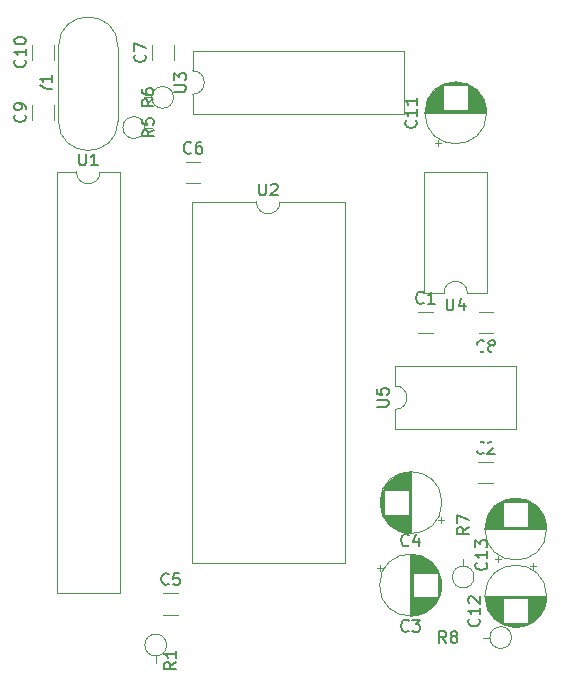
<source format=gto>
G04 #@! TF.GenerationSoftware,KiCad,Pcbnew,6.0.4+dfsg-1+b1*
G04 #@! TF.CreationDate,2022-04-24T01:38:02+03:00*
G04 #@! TF.ProjectId,yatabaza-synth,79617461-6261-47a6-912d-73796e74682e,rev?*
G04 #@! TF.SameCoordinates,Original*
G04 #@! TF.FileFunction,Legend,Top*
G04 #@! TF.FilePolarity,Positive*
%FSLAX46Y46*%
G04 Gerber Fmt 4.6, Leading zero omitted, Abs format (unit mm)*
G04 Created by KiCad (PCBNEW 6.0.4+dfsg-1+b1) date 2022-04-24 01:38:02*
%MOMM*%
%LPD*%
G01*
G04 APERTURE LIST*
%ADD10C,0.150000*%
%ADD11C,0.120000*%
%ADD12C,1.600000*%
%ADD13R,1.600000X1.600000*%
%ADD14C,1.400000*%
%ADD15O,1.400000X1.400000*%
%ADD16O,1.600000X1.600000*%
%ADD17C,1.500000*%
%ADD18R,1.700000X1.700000*%
%ADD19O,1.700000X1.700000*%
G04 APERTURE END LIST*
D10*
X49978333Y-37677142D02*
X49930714Y-37724761D01*
X49787857Y-37772380D01*
X49692619Y-37772380D01*
X49549761Y-37724761D01*
X49454523Y-37629523D01*
X49406904Y-37534285D01*
X49359285Y-37343809D01*
X49359285Y-37200952D01*
X49406904Y-37010476D01*
X49454523Y-36915238D01*
X49549761Y-36820000D01*
X49692619Y-36772380D01*
X49787857Y-36772380D01*
X49930714Y-36820000D01*
X49978333Y-36867619D01*
X50930714Y-37772380D02*
X50359285Y-37772380D01*
X50645000Y-37772380D02*
X50645000Y-36772380D01*
X50549761Y-36915238D01*
X50454523Y-37010476D01*
X50359285Y-37058095D01*
X55058333Y-50377142D02*
X55010714Y-50424761D01*
X54867857Y-50472380D01*
X54772619Y-50472380D01*
X54629761Y-50424761D01*
X54534523Y-50329523D01*
X54486904Y-50234285D01*
X54439285Y-50043809D01*
X54439285Y-49900952D01*
X54486904Y-49710476D01*
X54534523Y-49615238D01*
X54629761Y-49520000D01*
X54772619Y-49472380D01*
X54867857Y-49472380D01*
X55010714Y-49520000D01*
X55058333Y-49567619D01*
X55439285Y-49567619D02*
X55486904Y-49520000D01*
X55582142Y-49472380D01*
X55820238Y-49472380D01*
X55915476Y-49520000D01*
X55963095Y-49567619D01*
X56010714Y-49662857D01*
X56010714Y-49758095D01*
X55963095Y-49900952D01*
X55391666Y-50472380D01*
X56010714Y-50472380D01*
X48708333Y-65444642D02*
X48660714Y-65492261D01*
X48517857Y-65539880D01*
X48422619Y-65539880D01*
X48279761Y-65492261D01*
X48184523Y-65397023D01*
X48136904Y-65301785D01*
X48089285Y-65111309D01*
X48089285Y-64968452D01*
X48136904Y-64777976D01*
X48184523Y-64682738D01*
X48279761Y-64587500D01*
X48422619Y-64539880D01*
X48517857Y-64539880D01*
X48660714Y-64587500D01*
X48708333Y-64635119D01*
X49041666Y-64539880D02*
X49660714Y-64539880D01*
X49327380Y-64920833D01*
X49470238Y-64920833D01*
X49565476Y-64968452D01*
X49613095Y-65016071D01*
X49660714Y-65111309D01*
X49660714Y-65349404D01*
X49613095Y-65444642D01*
X49565476Y-65492261D01*
X49470238Y-65539880D01*
X49184523Y-65539880D01*
X49089285Y-65492261D01*
X49041666Y-65444642D01*
X48708333Y-58202142D02*
X48660714Y-58249761D01*
X48517857Y-58297380D01*
X48422619Y-58297380D01*
X48279761Y-58249761D01*
X48184523Y-58154523D01*
X48136904Y-58059285D01*
X48089285Y-57868809D01*
X48089285Y-57725952D01*
X48136904Y-57535476D01*
X48184523Y-57440238D01*
X48279761Y-57345000D01*
X48422619Y-57297380D01*
X48517857Y-57297380D01*
X48660714Y-57345000D01*
X48708333Y-57392619D01*
X49565476Y-57630714D02*
X49565476Y-58297380D01*
X49327380Y-57249761D02*
X49089285Y-57964047D01*
X49708333Y-57964047D01*
X28408333Y-61489642D02*
X28360714Y-61537261D01*
X28217857Y-61584880D01*
X28122619Y-61584880D01*
X27979761Y-61537261D01*
X27884523Y-61442023D01*
X27836904Y-61346785D01*
X27789285Y-61156309D01*
X27789285Y-61013452D01*
X27836904Y-60822976D01*
X27884523Y-60727738D01*
X27979761Y-60632500D01*
X28122619Y-60584880D01*
X28217857Y-60584880D01*
X28360714Y-60632500D01*
X28408333Y-60680119D01*
X29313095Y-60584880D02*
X28836904Y-60584880D01*
X28789285Y-61061071D01*
X28836904Y-61013452D01*
X28932142Y-60965833D01*
X29170238Y-60965833D01*
X29265476Y-61013452D01*
X29313095Y-61061071D01*
X29360714Y-61156309D01*
X29360714Y-61394404D01*
X29313095Y-61489642D01*
X29265476Y-61537261D01*
X29170238Y-61584880D01*
X28932142Y-61584880D01*
X28836904Y-61537261D01*
X28789285Y-61489642D01*
X30293333Y-24977142D02*
X30245714Y-25024761D01*
X30102857Y-25072380D01*
X30007619Y-25072380D01*
X29864761Y-25024761D01*
X29769523Y-24929523D01*
X29721904Y-24834285D01*
X29674285Y-24643809D01*
X29674285Y-24500952D01*
X29721904Y-24310476D01*
X29769523Y-24215238D01*
X29864761Y-24120000D01*
X30007619Y-24072380D01*
X30102857Y-24072380D01*
X30245714Y-24120000D01*
X30293333Y-24167619D01*
X31150476Y-24072380D02*
X30960000Y-24072380D01*
X30864761Y-24120000D01*
X30817142Y-24167619D01*
X30721904Y-24310476D01*
X30674285Y-24500952D01*
X30674285Y-24881904D01*
X30721904Y-24977142D01*
X30769523Y-25024761D01*
X30864761Y-25072380D01*
X31055238Y-25072380D01*
X31150476Y-25024761D01*
X31198095Y-24977142D01*
X31245714Y-24881904D01*
X31245714Y-24643809D01*
X31198095Y-24548571D01*
X31150476Y-24500952D01*
X31055238Y-24453333D01*
X30864761Y-24453333D01*
X30769523Y-24500952D01*
X30721904Y-24548571D01*
X30674285Y-24643809D01*
X26392142Y-16676666D02*
X26439761Y-16724285D01*
X26487380Y-16867142D01*
X26487380Y-16962380D01*
X26439761Y-17105238D01*
X26344523Y-17200476D01*
X26249285Y-17248095D01*
X26058809Y-17295714D01*
X25915952Y-17295714D01*
X25725476Y-17248095D01*
X25630238Y-17200476D01*
X25535000Y-17105238D01*
X25487380Y-16962380D01*
X25487380Y-16867142D01*
X25535000Y-16724285D01*
X25582619Y-16676666D01*
X25487380Y-16343333D02*
X25487380Y-15676666D01*
X26487380Y-16105238D01*
X55098333Y-41777142D02*
X55050714Y-41824761D01*
X54907857Y-41872380D01*
X54812619Y-41872380D01*
X54669761Y-41824761D01*
X54574523Y-41729523D01*
X54526904Y-41634285D01*
X54479285Y-41443809D01*
X54479285Y-41300952D01*
X54526904Y-41110476D01*
X54574523Y-41015238D01*
X54669761Y-40920000D01*
X54812619Y-40872380D01*
X54907857Y-40872380D01*
X55050714Y-40920000D01*
X55098333Y-40967619D01*
X55669761Y-41300952D02*
X55574523Y-41253333D01*
X55526904Y-41205714D01*
X55479285Y-41110476D01*
X55479285Y-41062857D01*
X55526904Y-40967619D01*
X55574523Y-40920000D01*
X55669761Y-40872380D01*
X55860238Y-40872380D01*
X55955476Y-40920000D01*
X56003095Y-40967619D01*
X56050714Y-41062857D01*
X56050714Y-41110476D01*
X56003095Y-41205714D01*
X55955476Y-41253333D01*
X55860238Y-41300952D01*
X55669761Y-41300952D01*
X55574523Y-41348571D01*
X55526904Y-41396190D01*
X55479285Y-41491428D01*
X55479285Y-41681904D01*
X55526904Y-41777142D01*
X55574523Y-41824761D01*
X55669761Y-41872380D01*
X55860238Y-41872380D01*
X55955476Y-41824761D01*
X56003095Y-41777142D01*
X56050714Y-41681904D01*
X56050714Y-41491428D01*
X56003095Y-41396190D01*
X55955476Y-41348571D01*
X55860238Y-41300952D01*
X16232142Y-21756666D02*
X16279761Y-21804285D01*
X16327380Y-21947142D01*
X16327380Y-22042380D01*
X16279761Y-22185238D01*
X16184523Y-22280476D01*
X16089285Y-22328095D01*
X15898809Y-22375714D01*
X15755952Y-22375714D01*
X15565476Y-22328095D01*
X15470238Y-22280476D01*
X15375000Y-22185238D01*
X15327380Y-22042380D01*
X15327380Y-21947142D01*
X15375000Y-21804285D01*
X15422619Y-21756666D01*
X16327380Y-21280476D02*
X16327380Y-21090000D01*
X16279761Y-20994761D01*
X16232142Y-20947142D01*
X16089285Y-20851904D01*
X15898809Y-20804285D01*
X15517857Y-20804285D01*
X15422619Y-20851904D01*
X15375000Y-20899523D01*
X15327380Y-20994761D01*
X15327380Y-21185238D01*
X15375000Y-21280476D01*
X15422619Y-21328095D01*
X15517857Y-21375714D01*
X15755952Y-21375714D01*
X15851190Y-21328095D01*
X15898809Y-21280476D01*
X15946428Y-21185238D01*
X15946428Y-20994761D01*
X15898809Y-20899523D01*
X15851190Y-20851904D01*
X15755952Y-20804285D01*
X16232142Y-17132857D02*
X16279761Y-17180476D01*
X16327380Y-17323333D01*
X16327380Y-17418571D01*
X16279761Y-17561428D01*
X16184523Y-17656666D01*
X16089285Y-17704285D01*
X15898809Y-17751904D01*
X15755952Y-17751904D01*
X15565476Y-17704285D01*
X15470238Y-17656666D01*
X15375000Y-17561428D01*
X15327380Y-17418571D01*
X15327380Y-17323333D01*
X15375000Y-17180476D01*
X15422619Y-17132857D01*
X16327380Y-16180476D02*
X16327380Y-16751904D01*
X16327380Y-16466190D02*
X15327380Y-16466190D01*
X15470238Y-16561428D01*
X15565476Y-16656666D01*
X15613095Y-16751904D01*
X15327380Y-15561428D02*
X15327380Y-15466190D01*
X15375000Y-15370952D01*
X15422619Y-15323333D01*
X15517857Y-15275714D01*
X15708333Y-15228095D01*
X15946428Y-15228095D01*
X16136904Y-15275714D01*
X16232142Y-15323333D01*
X16279761Y-15370952D01*
X16327380Y-15466190D01*
X16327380Y-15561428D01*
X16279761Y-15656666D01*
X16232142Y-15704285D01*
X16136904Y-15751904D01*
X15946428Y-15799523D01*
X15708333Y-15799523D01*
X15517857Y-15751904D01*
X15422619Y-15704285D01*
X15375000Y-15656666D01*
X15327380Y-15561428D01*
X49312142Y-22252857D02*
X49359761Y-22300476D01*
X49407380Y-22443333D01*
X49407380Y-22538571D01*
X49359761Y-22681428D01*
X49264523Y-22776666D01*
X49169285Y-22824285D01*
X48978809Y-22871904D01*
X48835952Y-22871904D01*
X48645476Y-22824285D01*
X48550238Y-22776666D01*
X48455000Y-22681428D01*
X48407380Y-22538571D01*
X48407380Y-22443333D01*
X48455000Y-22300476D01*
X48502619Y-22252857D01*
X49407380Y-21300476D02*
X49407380Y-21871904D01*
X49407380Y-21586190D02*
X48407380Y-21586190D01*
X48550238Y-21681428D01*
X48645476Y-21776666D01*
X48693095Y-21871904D01*
X49407380Y-20348095D02*
X49407380Y-20919523D01*
X49407380Y-20633809D02*
X48407380Y-20633809D01*
X48550238Y-20729047D01*
X48645476Y-20824285D01*
X48693095Y-20919523D01*
X54649642Y-64460357D02*
X54697261Y-64507976D01*
X54744880Y-64650833D01*
X54744880Y-64746071D01*
X54697261Y-64888928D01*
X54602023Y-64984166D01*
X54506785Y-65031785D01*
X54316309Y-65079404D01*
X54173452Y-65079404D01*
X53982976Y-65031785D01*
X53887738Y-64984166D01*
X53792500Y-64888928D01*
X53744880Y-64746071D01*
X53744880Y-64650833D01*
X53792500Y-64507976D01*
X53840119Y-64460357D01*
X54744880Y-63507976D02*
X54744880Y-64079404D01*
X54744880Y-63793690D02*
X53744880Y-63793690D01*
X53887738Y-63888928D01*
X53982976Y-63984166D01*
X54030595Y-64079404D01*
X53840119Y-63127023D02*
X53792500Y-63079404D01*
X53744880Y-62984166D01*
X53744880Y-62746071D01*
X53792500Y-62650833D01*
X53840119Y-62603214D01*
X53935357Y-62555595D01*
X54030595Y-62555595D01*
X54173452Y-62603214D01*
X54744880Y-63174642D01*
X54744880Y-62555595D01*
X55284642Y-59697857D02*
X55332261Y-59745476D01*
X55379880Y-59888333D01*
X55379880Y-59983571D01*
X55332261Y-60126428D01*
X55237023Y-60221666D01*
X55141785Y-60269285D01*
X54951309Y-60316904D01*
X54808452Y-60316904D01*
X54617976Y-60269285D01*
X54522738Y-60221666D01*
X54427500Y-60126428D01*
X54379880Y-59983571D01*
X54379880Y-59888333D01*
X54427500Y-59745476D01*
X54475119Y-59697857D01*
X55379880Y-58745476D02*
X55379880Y-59316904D01*
X55379880Y-59031190D02*
X54379880Y-59031190D01*
X54522738Y-59126428D01*
X54617976Y-59221666D01*
X54665595Y-59316904D01*
X54379880Y-58412142D02*
X54379880Y-57793095D01*
X54760833Y-58126428D01*
X54760833Y-57983571D01*
X54808452Y-57888333D01*
X54856071Y-57840714D01*
X54951309Y-57793095D01*
X55189404Y-57793095D01*
X55284642Y-57840714D01*
X55332261Y-57888333D01*
X55379880Y-57983571D01*
X55379880Y-58269285D01*
X55332261Y-58364523D01*
X55284642Y-58412142D01*
X27132380Y-23026666D02*
X26656190Y-23360000D01*
X27132380Y-23598095D02*
X26132380Y-23598095D01*
X26132380Y-23217142D01*
X26180000Y-23121904D01*
X26227619Y-23074285D01*
X26322857Y-23026666D01*
X26465714Y-23026666D01*
X26560952Y-23074285D01*
X26608571Y-23121904D01*
X26656190Y-23217142D01*
X26656190Y-23598095D01*
X26132380Y-22121904D02*
X26132380Y-22598095D01*
X26608571Y-22645714D01*
X26560952Y-22598095D01*
X26513333Y-22502857D01*
X26513333Y-22264761D01*
X26560952Y-22169523D01*
X26608571Y-22121904D01*
X26703809Y-22074285D01*
X26941904Y-22074285D01*
X27037142Y-22121904D01*
X27084761Y-22169523D01*
X27132380Y-22264761D01*
X27132380Y-22502857D01*
X27084761Y-22598095D01*
X27037142Y-22645714D01*
X27112380Y-20476666D02*
X26636190Y-20810000D01*
X27112380Y-21048095D02*
X26112380Y-21048095D01*
X26112380Y-20667142D01*
X26160000Y-20571904D01*
X26207619Y-20524285D01*
X26302857Y-20476666D01*
X26445714Y-20476666D01*
X26540952Y-20524285D01*
X26588571Y-20571904D01*
X26636190Y-20667142D01*
X26636190Y-21048095D01*
X26112380Y-19619523D02*
X26112380Y-19810000D01*
X26160000Y-19905238D01*
X26207619Y-19952857D01*
X26350476Y-20048095D01*
X26540952Y-20095714D01*
X26921904Y-20095714D01*
X27017142Y-20048095D01*
X27064761Y-20000476D01*
X27112380Y-19905238D01*
X27112380Y-19714761D01*
X27064761Y-19619523D01*
X27017142Y-19571904D01*
X26921904Y-19524285D01*
X26683809Y-19524285D01*
X26588571Y-19571904D01*
X26540952Y-19619523D01*
X26493333Y-19714761D01*
X26493333Y-19905238D01*
X26540952Y-20000476D01*
X26588571Y-20048095D01*
X26683809Y-20095714D01*
X51903333Y-66492380D02*
X51570000Y-66016190D01*
X51331904Y-66492380D02*
X51331904Y-65492380D01*
X51712857Y-65492380D01*
X51808095Y-65540000D01*
X51855714Y-65587619D01*
X51903333Y-65682857D01*
X51903333Y-65825714D01*
X51855714Y-65920952D01*
X51808095Y-65968571D01*
X51712857Y-66016190D01*
X51331904Y-66016190D01*
X52474761Y-65920952D02*
X52379523Y-65873333D01*
X52331904Y-65825714D01*
X52284285Y-65730476D01*
X52284285Y-65682857D01*
X52331904Y-65587619D01*
X52379523Y-65540000D01*
X52474761Y-65492380D01*
X52665238Y-65492380D01*
X52760476Y-65540000D01*
X52808095Y-65587619D01*
X52855714Y-65682857D01*
X52855714Y-65730476D01*
X52808095Y-65825714D01*
X52760476Y-65873333D01*
X52665238Y-65920952D01*
X52474761Y-65920952D01*
X52379523Y-65968571D01*
X52331904Y-66016190D01*
X52284285Y-66111428D01*
X52284285Y-66301904D01*
X52331904Y-66397142D01*
X52379523Y-66444761D01*
X52474761Y-66492380D01*
X52665238Y-66492380D01*
X52760476Y-66444761D01*
X52808095Y-66397142D01*
X52855714Y-66301904D01*
X52855714Y-66111428D01*
X52808095Y-66016190D01*
X52760476Y-65968571D01*
X52665238Y-65920952D01*
X20828095Y-25062380D02*
X20828095Y-25871904D01*
X20875714Y-25967142D01*
X20923333Y-26014761D01*
X21018571Y-26062380D01*
X21209047Y-26062380D01*
X21304285Y-26014761D01*
X21351904Y-25967142D01*
X21399523Y-25871904D01*
X21399523Y-25062380D01*
X22399523Y-26062380D02*
X21828095Y-26062380D01*
X22113809Y-26062380D02*
X22113809Y-25062380D01*
X22018571Y-25205238D01*
X21923333Y-25300476D01*
X21828095Y-25348095D01*
X36068095Y-27602380D02*
X36068095Y-28411904D01*
X36115714Y-28507142D01*
X36163333Y-28554761D01*
X36258571Y-28602380D01*
X36449047Y-28602380D01*
X36544285Y-28554761D01*
X36591904Y-28507142D01*
X36639523Y-28411904D01*
X36639523Y-27602380D01*
X37068095Y-27697619D02*
X37115714Y-27650000D01*
X37210952Y-27602380D01*
X37449047Y-27602380D01*
X37544285Y-27650000D01*
X37591904Y-27697619D01*
X37639523Y-27792857D01*
X37639523Y-27888095D01*
X37591904Y-28030952D01*
X37020476Y-28602380D01*
X37639523Y-28602380D01*
X28872380Y-19811904D02*
X29681904Y-19811904D01*
X29777142Y-19764285D01*
X29824761Y-19716666D01*
X29872380Y-19621428D01*
X29872380Y-19430952D01*
X29824761Y-19335714D01*
X29777142Y-19288095D01*
X29681904Y-19240476D01*
X28872380Y-19240476D01*
X28872380Y-18859523D02*
X28872380Y-18240476D01*
X29253333Y-18573809D01*
X29253333Y-18430952D01*
X29300952Y-18335714D01*
X29348571Y-18288095D01*
X29443809Y-18240476D01*
X29681904Y-18240476D01*
X29777142Y-18288095D01*
X29824761Y-18335714D01*
X29872380Y-18430952D01*
X29872380Y-18716666D01*
X29824761Y-18811904D01*
X29777142Y-18859523D01*
X51943095Y-37342380D02*
X51943095Y-38151904D01*
X51990714Y-38247142D01*
X52038333Y-38294761D01*
X52133571Y-38342380D01*
X52324047Y-38342380D01*
X52419285Y-38294761D01*
X52466904Y-38247142D01*
X52514523Y-38151904D01*
X52514523Y-37342380D01*
X53419285Y-37675714D02*
X53419285Y-38342380D01*
X53181190Y-37294761D02*
X52943095Y-38009047D01*
X53562142Y-38009047D01*
X46017380Y-46481904D02*
X46826904Y-46481904D01*
X46922142Y-46434285D01*
X46969761Y-46386666D01*
X47017380Y-46291428D01*
X47017380Y-46100952D01*
X46969761Y-46005714D01*
X46922142Y-45958095D01*
X46826904Y-45910476D01*
X46017380Y-45910476D01*
X46017380Y-44958095D02*
X46017380Y-45434285D01*
X46493571Y-45481904D01*
X46445952Y-45434285D01*
X46398333Y-45339047D01*
X46398333Y-45100952D01*
X46445952Y-45005714D01*
X46493571Y-44958095D01*
X46588809Y-44910476D01*
X46826904Y-44910476D01*
X46922142Y-44958095D01*
X46969761Y-45005714D01*
X47017380Y-45100952D01*
X47017380Y-45339047D01*
X46969761Y-45434285D01*
X46922142Y-45481904D01*
X18041190Y-19626190D02*
X18517380Y-19626190D01*
X17517380Y-19959523D02*
X18041190Y-19626190D01*
X17517380Y-19292857D01*
X18517380Y-18435714D02*
X18517380Y-19007142D01*
X18517380Y-18721428D02*
X17517380Y-18721428D01*
X17660238Y-18816666D01*
X17755476Y-18911904D01*
X17803095Y-19007142D01*
X29027380Y-68111666D02*
X28551190Y-68445000D01*
X29027380Y-68683095D02*
X28027380Y-68683095D01*
X28027380Y-68302142D01*
X28075000Y-68206904D01*
X28122619Y-68159285D01*
X28217857Y-68111666D01*
X28360714Y-68111666D01*
X28455952Y-68159285D01*
X28503571Y-68206904D01*
X28551190Y-68302142D01*
X28551190Y-68683095D01*
X29027380Y-67159285D02*
X29027380Y-67730714D01*
X29027380Y-67445000D02*
X28027380Y-67445000D01*
X28170238Y-67540238D01*
X28265476Y-67635476D01*
X28313095Y-67730714D01*
X53792380Y-56681666D02*
X53316190Y-57015000D01*
X53792380Y-57253095D02*
X52792380Y-57253095D01*
X52792380Y-56872142D01*
X52840000Y-56776904D01*
X52887619Y-56729285D01*
X52982857Y-56681666D01*
X53125714Y-56681666D01*
X53220952Y-56729285D01*
X53268571Y-56776904D01*
X53316190Y-56872142D01*
X53316190Y-57253095D01*
X52792380Y-56348333D02*
X52792380Y-55681666D01*
X53792380Y-56110238D01*
D11*
X49516000Y-40290000D02*
X50774000Y-40290000D01*
X49516000Y-38450000D02*
X50774000Y-38450000D01*
X54596000Y-51150000D02*
X55854000Y-51150000D01*
X54596000Y-52990000D02*
X55854000Y-52990000D01*
X46314000Y-54894000D02*
X46314000Y-54326000D01*
X51469775Y-56335000D02*
X51469775Y-55835000D01*
X47794000Y-53570000D02*
X47794000Y-52281000D01*
X48435000Y-57146000D02*
X48435000Y-55650000D01*
X46554000Y-55708000D02*
X46554000Y-53512000D01*
X47154000Y-53570000D02*
X47154000Y-52709000D01*
X46714000Y-53570000D02*
X46714000Y-53227000D01*
X47714000Y-53570000D02*
X47714000Y-52320000D01*
X48275000Y-57111000D02*
X48275000Y-55650000D01*
X46954000Y-53570000D02*
X46954000Y-52911000D01*
X47474000Y-53570000D02*
X47474000Y-52461000D01*
X47914000Y-53570000D02*
X47914000Y-52228000D01*
X47754000Y-53570000D02*
X47754000Y-52300000D01*
X46354000Y-55128000D02*
X46354000Y-54092000D01*
X46754000Y-56053000D02*
X46754000Y-55650000D01*
X48515000Y-57160000D02*
X48515000Y-55650000D01*
X48475000Y-57153000D02*
X48475000Y-55650000D01*
X47314000Y-53570000D02*
X47314000Y-52575000D01*
X48515000Y-53570000D02*
X48515000Y-52060000D01*
X48635000Y-53570000D02*
X48635000Y-52045000D01*
X46714000Y-55993000D02*
X46714000Y-55650000D01*
X48475000Y-53570000D02*
X48475000Y-52067000D01*
X48154000Y-53570000D02*
X48154000Y-52142000D01*
X48074000Y-57052000D02*
X48074000Y-55650000D01*
X46634000Y-53570000D02*
X46634000Y-53359000D01*
X48315000Y-57121000D02*
X48315000Y-55650000D01*
X47994000Y-53570000D02*
X47994000Y-52196000D01*
X46674000Y-55929000D02*
X46674000Y-55650000D01*
X47434000Y-56732000D02*
X47434000Y-55650000D01*
X46994000Y-56353000D02*
X46994000Y-55650000D01*
X47274000Y-53570000D02*
X47274000Y-52606000D01*
X46754000Y-53570000D02*
X46754000Y-53167000D01*
X48275000Y-53570000D02*
X48275000Y-52109000D01*
X48835000Y-57189000D02*
X48835000Y-52031000D01*
X47594000Y-56834000D02*
X47594000Y-55650000D01*
X48355000Y-53570000D02*
X48355000Y-52090000D01*
X47554000Y-56810000D02*
X47554000Y-55650000D01*
X47354000Y-56675000D02*
X47354000Y-55650000D01*
X46834000Y-56164000D02*
X46834000Y-55650000D01*
X48675000Y-53570000D02*
X48675000Y-52041000D01*
X47074000Y-53570000D02*
X47074000Y-52784000D01*
X47394000Y-56705000D02*
X47394000Y-55650000D01*
X47234000Y-56581000D02*
X47234000Y-55650000D01*
X47474000Y-56759000D02*
X47474000Y-55650000D01*
X48114000Y-53570000D02*
X48114000Y-52155000D01*
X46794000Y-53570000D02*
X46794000Y-53110000D01*
X48595000Y-57171000D02*
X48595000Y-55650000D01*
X46474000Y-55525000D02*
X46474000Y-53695000D01*
X46674000Y-53570000D02*
X46674000Y-53291000D01*
X51719775Y-56085000D02*
X51219775Y-56085000D01*
X46394000Y-55287000D02*
X46394000Y-53933000D01*
X48675000Y-57179000D02*
X48675000Y-55650000D01*
X46634000Y-55861000D02*
X46634000Y-55650000D01*
X47634000Y-53570000D02*
X47634000Y-52363000D01*
X48074000Y-53570000D02*
X48074000Y-52168000D01*
X48635000Y-57175000D02*
X48635000Y-55650000D01*
X47194000Y-56547000D02*
X47194000Y-55650000D01*
X46594000Y-55788000D02*
X46594000Y-53432000D01*
X46434000Y-55415000D02*
X46434000Y-53805000D01*
X47874000Y-53570000D02*
X47874000Y-52245000D01*
X46514000Y-55621000D02*
X46514000Y-53599000D01*
X47794000Y-56939000D02*
X47794000Y-55650000D01*
X47354000Y-53570000D02*
X47354000Y-52545000D01*
X47514000Y-53570000D02*
X47514000Y-52435000D01*
X48355000Y-57130000D02*
X48355000Y-55650000D01*
X47274000Y-56614000D02*
X47274000Y-55650000D01*
X46994000Y-53570000D02*
X46994000Y-52867000D01*
X47514000Y-56785000D02*
X47514000Y-55650000D01*
X46954000Y-56309000D02*
X46954000Y-55650000D01*
X48235000Y-53570000D02*
X48235000Y-52119000D01*
X47674000Y-53570000D02*
X47674000Y-52342000D01*
X46874000Y-56215000D02*
X46874000Y-55650000D01*
X47234000Y-53570000D02*
X47234000Y-52639000D01*
X48114000Y-57065000D02*
X48114000Y-55650000D01*
X48315000Y-53570000D02*
X48315000Y-52099000D01*
X47834000Y-53570000D02*
X47834000Y-52262000D01*
X47914000Y-56992000D02*
X47914000Y-55650000D01*
X47034000Y-56395000D02*
X47034000Y-55650000D01*
X47634000Y-56857000D02*
X47634000Y-55650000D01*
X46874000Y-53570000D02*
X46874000Y-53005000D01*
X47834000Y-56958000D02*
X47834000Y-55650000D01*
X47754000Y-56920000D02*
X47754000Y-55650000D01*
X46914000Y-56263000D02*
X46914000Y-55650000D01*
X48755000Y-57186000D02*
X48755000Y-52034000D01*
X47874000Y-56975000D02*
X47874000Y-55650000D01*
X46834000Y-53570000D02*
X46834000Y-53056000D01*
X47674000Y-56878000D02*
X47674000Y-55650000D01*
X47954000Y-53570000D02*
X47954000Y-52212000D01*
X47154000Y-56511000D02*
X47154000Y-55650000D01*
X48395000Y-57138000D02*
X48395000Y-55650000D01*
X48395000Y-53570000D02*
X48395000Y-52082000D01*
X48034000Y-53570000D02*
X48034000Y-52182000D01*
X48915000Y-57190000D02*
X48915000Y-52030000D01*
X47994000Y-57024000D02*
X47994000Y-55650000D01*
X48435000Y-53570000D02*
X48435000Y-52074000D01*
X48715000Y-57183000D02*
X48715000Y-52037000D01*
X48595000Y-53570000D02*
X48595000Y-52049000D01*
X48194000Y-57090000D02*
X48194000Y-55650000D01*
X47034000Y-53570000D02*
X47034000Y-52825000D01*
X48795000Y-57188000D02*
X48795000Y-52032000D01*
X47194000Y-53570000D02*
X47194000Y-52673000D01*
X48034000Y-57038000D02*
X48034000Y-55650000D01*
X48194000Y-53570000D02*
X48194000Y-52130000D01*
X47434000Y-53570000D02*
X47434000Y-52488000D01*
X48875000Y-57190000D02*
X48875000Y-52030000D01*
X47714000Y-56900000D02*
X47714000Y-55650000D01*
X47594000Y-53570000D02*
X47594000Y-52386000D01*
X47114000Y-56474000D02*
X47114000Y-55650000D01*
X48555000Y-57166000D02*
X48555000Y-55650000D01*
X48235000Y-57101000D02*
X48235000Y-55650000D01*
X47394000Y-53570000D02*
X47394000Y-52515000D01*
X47114000Y-53570000D02*
X47114000Y-52746000D01*
X47954000Y-57008000D02*
X47954000Y-55650000D01*
X47314000Y-56645000D02*
X47314000Y-55650000D01*
X47554000Y-53570000D02*
X47554000Y-52410000D01*
X48555000Y-53570000D02*
X48555000Y-52054000D01*
X47074000Y-56436000D02*
X47074000Y-55650000D01*
X46914000Y-53570000D02*
X46914000Y-52957000D01*
X46794000Y-56110000D02*
X46794000Y-55650000D01*
X48154000Y-57078000D02*
X48154000Y-55650000D01*
X51535000Y-54610000D02*
G75*
G03*
X51535000Y-54610000I-2620000J0D01*
G01*
X50716000Y-59769000D02*
X50716000Y-60555000D01*
X51436000Y-61077000D02*
X51436000Y-62113000D01*
X50276000Y-62635000D02*
X50276000Y-63770000D01*
X49996000Y-59266000D02*
X49996000Y-60555000D01*
X49716000Y-62635000D02*
X49716000Y-64037000D01*
X50796000Y-59852000D02*
X50796000Y-60555000D01*
X51036000Y-62635000D02*
X51036000Y-63038000D01*
X49796000Y-59181000D02*
X49796000Y-60555000D01*
X51076000Y-60212000D02*
X51076000Y-60555000D01*
X50036000Y-62635000D02*
X50036000Y-63905000D01*
X49956000Y-59247000D02*
X49956000Y-60555000D01*
X50596000Y-59658000D02*
X50596000Y-60555000D01*
X48995000Y-59017000D02*
X48995000Y-64173000D01*
X49395000Y-59067000D02*
X49395000Y-60555000D01*
X48875000Y-59015000D02*
X48875000Y-64175000D01*
X49836000Y-62635000D02*
X49836000Y-63993000D01*
X51396000Y-60918000D02*
X51396000Y-62272000D01*
X49115000Y-62635000D02*
X49115000Y-64164000D01*
X50916000Y-62635000D02*
X50916000Y-63200000D01*
X50796000Y-62635000D02*
X50796000Y-63338000D01*
X51276000Y-60584000D02*
X51276000Y-62606000D01*
X50996000Y-60095000D02*
X50996000Y-60555000D01*
X50436000Y-62635000D02*
X50436000Y-63660000D01*
X49796000Y-62635000D02*
X49796000Y-64009000D01*
X49395000Y-62635000D02*
X49395000Y-64123000D01*
X49075000Y-59022000D02*
X49075000Y-64168000D01*
X49916000Y-62635000D02*
X49916000Y-63960000D01*
X49515000Y-59094000D02*
X49515000Y-60555000D01*
X50076000Y-62635000D02*
X50076000Y-63885000D01*
X50916000Y-59990000D02*
X50916000Y-60555000D01*
X50956000Y-62635000D02*
X50956000Y-63149000D01*
X49676000Y-59140000D02*
X49676000Y-60555000D01*
X50116000Y-59327000D02*
X50116000Y-60555000D01*
X49355000Y-59059000D02*
X49355000Y-60555000D01*
X50636000Y-59694000D02*
X50636000Y-60555000D01*
X49756000Y-62635000D02*
X49756000Y-64023000D01*
X48955000Y-59016000D02*
X48955000Y-64174000D01*
X50196000Y-62635000D02*
X50196000Y-63819000D01*
X50196000Y-59371000D02*
X50196000Y-60555000D01*
X50236000Y-62635000D02*
X50236000Y-63795000D01*
X50836000Y-59896000D02*
X50836000Y-60555000D01*
X51316000Y-60680000D02*
X51316000Y-62510000D01*
X49596000Y-62635000D02*
X49596000Y-64075000D01*
X50396000Y-62635000D02*
X50396000Y-63690000D01*
X50236000Y-59395000D02*
X50236000Y-60555000D01*
X49275000Y-59045000D02*
X49275000Y-60555000D01*
X49235000Y-62635000D02*
X49235000Y-64151000D01*
X50356000Y-62635000D02*
X50356000Y-63717000D01*
X50076000Y-59305000D02*
X50076000Y-60555000D01*
X49676000Y-62635000D02*
X49676000Y-64050000D01*
X49636000Y-59127000D02*
X49636000Y-60555000D01*
X50516000Y-59591000D02*
X50516000Y-60555000D01*
X51236000Y-60497000D02*
X51236000Y-62693000D01*
X50876000Y-59942000D02*
X50876000Y-60555000D01*
X51156000Y-62635000D02*
X51156000Y-62846000D01*
X50396000Y-59500000D02*
X50396000Y-60555000D01*
X49876000Y-59213000D02*
X49876000Y-60555000D01*
X49555000Y-62635000D02*
X49555000Y-64086000D01*
X49435000Y-62635000D02*
X49435000Y-64115000D01*
X49115000Y-59026000D02*
X49115000Y-60555000D01*
X50676000Y-62635000D02*
X50676000Y-63459000D01*
X50556000Y-59624000D02*
X50556000Y-60555000D01*
X51156000Y-60344000D02*
X51156000Y-60555000D01*
X50636000Y-62635000D02*
X50636000Y-63496000D01*
X49515000Y-62635000D02*
X49515000Y-64096000D01*
X49435000Y-59075000D02*
X49435000Y-60555000D01*
X48915000Y-59015000D02*
X48915000Y-64175000D01*
X50116000Y-62635000D02*
X50116000Y-63863000D01*
X49876000Y-62635000D02*
X49876000Y-63977000D01*
X50156000Y-59348000D02*
X50156000Y-60555000D01*
X49195000Y-62635000D02*
X49195000Y-64156000D01*
X50716000Y-62635000D02*
X50716000Y-63421000D01*
X50876000Y-62635000D02*
X50876000Y-63248000D01*
X50156000Y-62635000D02*
X50156000Y-63842000D01*
X49195000Y-59034000D02*
X49195000Y-60555000D01*
X50676000Y-59731000D02*
X50676000Y-60555000D01*
X49916000Y-59230000D02*
X49916000Y-60555000D01*
X49315000Y-59052000D02*
X49315000Y-60555000D01*
X50276000Y-59420000D02*
X50276000Y-60555000D01*
X50436000Y-59530000D02*
X50436000Y-60555000D01*
X46070225Y-60120000D02*
X46570225Y-60120000D01*
X51356000Y-60790000D02*
X51356000Y-62400000D01*
X49996000Y-62635000D02*
X49996000Y-63924000D01*
X51476000Y-61311000D02*
X51476000Y-61879000D01*
X49716000Y-59153000D02*
X49716000Y-60555000D01*
X50956000Y-60041000D02*
X50956000Y-60555000D01*
X49636000Y-62635000D02*
X49636000Y-64063000D01*
X50316000Y-59446000D02*
X50316000Y-60555000D01*
X51076000Y-62635000D02*
X51076000Y-62978000D01*
X49315000Y-62635000D02*
X49315000Y-64138000D01*
X49035000Y-59019000D02*
X49035000Y-64171000D01*
X50476000Y-59560000D02*
X50476000Y-60555000D01*
X51116000Y-60276000D02*
X51116000Y-60555000D01*
X51036000Y-60152000D02*
X51036000Y-60555000D01*
X50036000Y-59285000D02*
X50036000Y-60555000D01*
X50836000Y-62635000D02*
X50836000Y-63294000D01*
X46320225Y-59870000D02*
X46320225Y-60370000D01*
X50756000Y-59810000D02*
X50756000Y-60555000D01*
X50596000Y-62635000D02*
X50596000Y-63532000D01*
X50996000Y-62635000D02*
X50996000Y-63095000D01*
X49596000Y-59115000D02*
X49596000Y-60555000D01*
X49836000Y-59197000D02*
X49836000Y-60555000D01*
X50516000Y-62635000D02*
X50516000Y-63599000D01*
X49555000Y-59104000D02*
X49555000Y-60555000D01*
X49475000Y-62635000D02*
X49475000Y-64106000D01*
X50316000Y-62635000D02*
X50316000Y-63744000D01*
X51116000Y-62635000D02*
X51116000Y-62914000D01*
X50356000Y-59473000D02*
X50356000Y-60555000D01*
X49756000Y-59167000D02*
X49756000Y-60555000D01*
X49235000Y-59039000D02*
X49235000Y-60555000D01*
X49155000Y-62635000D02*
X49155000Y-64160000D01*
X49475000Y-59084000D02*
X49475000Y-60555000D01*
X50756000Y-62635000D02*
X50756000Y-63380000D01*
X49956000Y-62635000D02*
X49956000Y-63943000D01*
X51196000Y-60417000D02*
X51196000Y-62773000D01*
X49355000Y-62635000D02*
X49355000Y-64131000D01*
X49275000Y-62635000D02*
X49275000Y-64145000D01*
X49155000Y-59030000D02*
X49155000Y-60555000D01*
X50476000Y-62635000D02*
X50476000Y-63630000D01*
X50556000Y-62635000D02*
X50556000Y-63566000D01*
X51495000Y-61595000D02*
G75*
G03*
X51495000Y-61595000I-2620000J0D01*
G01*
X27946000Y-64102500D02*
X29204000Y-64102500D01*
X27946000Y-62262500D02*
X29204000Y-62262500D01*
X29831000Y-25750000D02*
X31089000Y-25750000D01*
X29831000Y-27590000D02*
X31089000Y-27590000D01*
X27020000Y-15861000D02*
X27020000Y-17119000D01*
X28860000Y-15861000D02*
X28860000Y-17119000D01*
X55894000Y-38450000D02*
X54636000Y-38450000D01*
X55894000Y-40290000D02*
X54636000Y-40290000D01*
X16860000Y-22239000D02*
X16860000Y-20981000D01*
X18700000Y-22239000D02*
X18700000Y-20981000D01*
X18700000Y-15861000D02*
X18700000Y-17119000D01*
X16860000Y-15861000D02*
X16860000Y-17119000D01*
X50155000Y-21210000D02*
X51665000Y-21210000D01*
X53745000Y-21170000D02*
X55248000Y-21170000D01*
X50140000Y-21330000D02*
X51665000Y-21330000D01*
X53745000Y-20930000D02*
X55196000Y-20930000D01*
X50505000Y-20249000D02*
X51665000Y-20249000D01*
X50194000Y-21010000D02*
X51665000Y-21010000D01*
X50323000Y-20609000D02*
X51665000Y-20609000D01*
X50144000Y-21290000D02*
X51665000Y-21290000D01*
X50125000Y-21570000D02*
X55285000Y-21570000D01*
X50481000Y-20289000D02*
X51665000Y-20289000D01*
X51386000Y-19369000D02*
X51665000Y-19369000D01*
X50132000Y-21410000D02*
X55278000Y-21410000D01*
X53745000Y-20049000D02*
X54770000Y-20049000D01*
X50841000Y-19809000D02*
X51665000Y-19809000D01*
X50250000Y-20809000D02*
X51665000Y-20809000D01*
X52028000Y-19089000D02*
X53382000Y-19089000D01*
X53745000Y-20289000D02*
X54929000Y-20289000D01*
X53745000Y-20369000D02*
X54973000Y-20369000D01*
X50768000Y-19889000D02*
X51665000Y-19889000D01*
X53745000Y-20569000D02*
X55070000Y-20569000D01*
X53745000Y-19409000D02*
X54088000Y-19409000D01*
X53745000Y-19369000D02*
X54024000Y-19369000D01*
X51205000Y-19489000D02*
X51665000Y-19489000D01*
X53745000Y-21010000D02*
X55216000Y-21010000D01*
X50583000Y-20129000D02*
X51665000Y-20129000D01*
X51151000Y-19529000D02*
X51665000Y-19529000D01*
X50127000Y-21490000D02*
X55283000Y-21490000D01*
X50357000Y-20529000D02*
X51665000Y-20529000D01*
X53745000Y-20970000D02*
X55206000Y-20970000D01*
X53745000Y-20209000D02*
X54880000Y-20209000D01*
X53745000Y-19769000D02*
X54531000Y-19769000D01*
X50277000Y-20729000D02*
X51665000Y-20729000D01*
X53745000Y-19729000D02*
X54490000Y-19729000D01*
X51230000Y-24414775D02*
X51230000Y-23914775D01*
X53745000Y-21090000D02*
X55233000Y-21090000D01*
X50395000Y-20449000D02*
X51665000Y-20449000D01*
X50225000Y-20889000D02*
X51665000Y-20889000D01*
X50263000Y-20769000D02*
X51665000Y-20769000D01*
X53745000Y-19929000D02*
X54676000Y-19929000D01*
X50670000Y-20009000D02*
X51665000Y-20009000D01*
X51790000Y-19169000D02*
X53620000Y-19169000D01*
X51454000Y-19329000D02*
X51665000Y-19329000D01*
X50204000Y-20970000D02*
X51665000Y-20970000D01*
X53745000Y-20649000D02*
X55103000Y-20649000D01*
X53745000Y-19649000D02*
X54404000Y-19649000D01*
X50214000Y-20930000D02*
X51665000Y-20930000D01*
X50169000Y-21130000D02*
X51665000Y-21130000D01*
X53745000Y-19689000D02*
X54448000Y-19689000D01*
X53745000Y-21370000D02*
X55274000Y-21370000D01*
X52187000Y-19049000D02*
X53223000Y-19049000D01*
X50126000Y-21530000D02*
X55284000Y-21530000D01*
X50125000Y-21610000D02*
X55285000Y-21610000D01*
X50962000Y-19689000D02*
X51665000Y-19689000D01*
X50879000Y-19769000D02*
X51665000Y-19769000D01*
X53745000Y-20609000D02*
X55087000Y-20609000D01*
X50162000Y-21170000D02*
X51665000Y-21170000D01*
X53745000Y-19809000D02*
X54569000Y-19809000D01*
X50734000Y-19929000D02*
X51665000Y-19929000D01*
X53745000Y-20009000D02*
X54740000Y-20009000D01*
X53745000Y-20249000D02*
X54905000Y-20249000D01*
X53745000Y-19529000D02*
X54259000Y-19529000D01*
X53745000Y-20769000D02*
X55147000Y-20769000D01*
X51900000Y-19129000D02*
X53510000Y-19129000D01*
X50415000Y-20409000D02*
X51665000Y-20409000D01*
X53745000Y-21330000D02*
X55270000Y-21330000D01*
X53745000Y-20729000D02*
X55133000Y-20729000D01*
X53745000Y-20529000D02*
X55053000Y-20529000D01*
X53745000Y-19449000D02*
X54148000Y-19449000D01*
X50530000Y-20209000D02*
X51665000Y-20209000D01*
X51694000Y-19209000D02*
X53716000Y-19209000D01*
X50980000Y-24164775D02*
X51480000Y-24164775D01*
X53745000Y-21290000D02*
X55266000Y-21290000D01*
X50701000Y-19969000D02*
X51665000Y-19969000D01*
X51052000Y-19609000D02*
X51665000Y-19609000D01*
X53745000Y-19969000D02*
X54709000Y-19969000D01*
X53745000Y-19329000D02*
X53956000Y-19329000D01*
X51006000Y-19649000D02*
X51665000Y-19649000D01*
X50920000Y-19729000D02*
X51665000Y-19729000D01*
X53745000Y-20809000D02*
X55160000Y-20809000D01*
X50291000Y-20689000D02*
X51665000Y-20689000D01*
X53745000Y-20689000D02*
X55119000Y-20689000D01*
X53745000Y-19889000D02*
X54642000Y-19889000D01*
X53745000Y-20129000D02*
X54827000Y-20129000D01*
X50340000Y-20569000D02*
X51665000Y-20569000D01*
X52421000Y-19009000D02*
X52989000Y-19009000D01*
X50458000Y-20329000D02*
X51665000Y-20329000D01*
X51100000Y-19569000D02*
X51665000Y-19569000D01*
X53745000Y-19569000D02*
X54310000Y-19569000D01*
X50376000Y-20489000D02*
X51665000Y-20489000D01*
X50129000Y-21450000D02*
X55281000Y-21450000D01*
X50804000Y-19849000D02*
X51665000Y-19849000D01*
X50556000Y-20169000D02*
X51665000Y-20169000D01*
X50185000Y-21050000D02*
X51665000Y-21050000D01*
X50177000Y-21090000D02*
X51665000Y-21090000D01*
X53745000Y-21130000D02*
X55241000Y-21130000D01*
X50640000Y-20049000D02*
X51665000Y-20049000D01*
X53745000Y-21210000D02*
X55255000Y-21210000D01*
X53745000Y-19609000D02*
X54358000Y-19609000D01*
X53745000Y-20449000D02*
X55015000Y-20449000D01*
X50610000Y-20089000D02*
X51665000Y-20089000D01*
X53745000Y-21250000D02*
X55261000Y-21250000D01*
X53745000Y-20089000D02*
X54800000Y-20089000D01*
X53745000Y-21050000D02*
X55225000Y-21050000D01*
X51322000Y-19409000D02*
X51665000Y-19409000D01*
X50307000Y-20649000D02*
X51665000Y-20649000D01*
X50136000Y-21370000D02*
X51665000Y-21370000D01*
X53745000Y-19489000D02*
X54205000Y-19489000D01*
X50149000Y-21250000D02*
X51665000Y-21250000D01*
X53745000Y-20409000D02*
X54995000Y-20409000D01*
X53745000Y-20489000D02*
X55034000Y-20489000D01*
X53745000Y-19849000D02*
X54606000Y-19849000D01*
X53745000Y-20169000D02*
X54854000Y-20169000D01*
X50237000Y-20849000D02*
X51665000Y-20849000D01*
X50437000Y-20369000D02*
X51665000Y-20369000D01*
X53745000Y-20849000D02*
X55173000Y-20849000D01*
X53745000Y-20889000D02*
X55185000Y-20889000D01*
X53745000Y-20329000D02*
X54952000Y-20329000D01*
X51607000Y-19249000D02*
X53803000Y-19249000D01*
X51262000Y-19449000D02*
X51665000Y-19449000D01*
X51527000Y-19289000D02*
X53883000Y-19289000D01*
X55325000Y-21610000D02*
G75*
G03*
X55325000Y-21610000I-2620000J0D01*
G01*
X59484000Y-64488500D02*
X58825000Y-64488500D01*
X56745000Y-63087500D02*
X55265000Y-63087500D01*
X59168000Y-64728500D02*
X58825000Y-64728500D01*
X58069000Y-65128500D02*
X57501000Y-65128500D01*
X59104000Y-64768500D02*
X58825000Y-64768500D01*
X56745000Y-64328500D02*
X55921000Y-64328500D01*
X56745000Y-63608500D02*
X55437000Y-63608500D01*
X60305000Y-63087500D02*
X58825000Y-63087500D01*
X59260000Y-59722725D02*
X59260000Y-60222725D01*
X56745000Y-64008500D02*
X55663000Y-64008500D01*
X56745000Y-64688500D02*
X56342000Y-64688500D01*
X56745000Y-64768500D02*
X56466000Y-64768500D01*
X56745000Y-62767500D02*
X55216000Y-62767500D01*
X60032000Y-63808500D02*
X58825000Y-63808500D01*
X56745000Y-64728500D02*
X56402000Y-64728500D01*
X60150000Y-63568500D02*
X58825000Y-63568500D01*
X56745000Y-63808500D02*
X55538000Y-63808500D01*
X60341000Y-62887500D02*
X58825000Y-62887500D01*
X56745000Y-63728500D02*
X55495000Y-63728500D01*
X60361000Y-62687500D02*
X55209000Y-62687500D01*
X60114000Y-63648500D02*
X58825000Y-63648500D01*
X56745000Y-63368500D02*
X55343000Y-63368500D01*
X60095000Y-63688500D02*
X58825000Y-63688500D01*
X56745000Y-63007500D02*
X55249000Y-63007500D01*
X59820000Y-64128500D02*
X58825000Y-64128500D01*
X56745000Y-64808500D02*
X56534000Y-64808500D01*
X56745000Y-64248500D02*
X55848000Y-64248500D01*
X60350000Y-62807500D02*
X58825000Y-62807500D01*
X58462000Y-65048500D02*
X57108000Y-65048500D01*
X60354000Y-62767500D02*
X58825000Y-62767500D01*
X59611000Y-64368500D02*
X58825000Y-64368500D01*
X59850000Y-64088500D02*
X58825000Y-64088500D01*
X60296000Y-63127500D02*
X58825000Y-63127500D01*
X56745000Y-63848500D02*
X55561000Y-63848500D01*
X59722000Y-64248500D02*
X58825000Y-64248500D01*
X60213000Y-63408500D02*
X58825000Y-63408500D01*
X56745000Y-64208500D02*
X55814000Y-64208500D01*
X56745000Y-63448500D02*
X55371000Y-63448500D01*
X59438000Y-64528500D02*
X58825000Y-64528500D01*
X59907000Y-64008500D02*
X58825000Y-64008500D01*
X60167000Y-63528500D02*
X58825000Y-63528500D01*
X59789000Y-64168500D02*
X58825000Y-64168500D01*
X60321000Y-63007500D02*
X58825000Y-63007500D01*
X56745000Y-63528500D02*
X55403000Y-63528500D01*
X60365000Y-62527500D02*
X55205000Y-62527500D01*
X60313000Y-63047500D02*
X58825000Y-63047500D01*
X56745000Y-64088500D02*
X55720000Y-64088500D01*
X60364000Y-62607500D02*
X55206000Y-62607500D01*
X56745000Y-63888500D02*
X55585000Y-63888500D01*
X60265000Y-63248500D02*
X58825000Y-63248500D01*
X56745000Y-64448500D02*
X56042000Y-64448500D01*
X56745000Y-64568500D02*
X56180000Y-64568500D01*
X60328000Y-62967500D02*
X58825000Y-62967500D01*
X60365000Y-62567500D02*
X55205000Y-62567500D01*
X60286000Y-63167500D02*
X58825000Y-63167500D01*
X56745000Y-64408500D02*
X56000000Y-64408500D01*
X58590000Y-65008500D02*
X56980000Y-65008500D01*
X56745000Y-63688500D02*
X55475000Y-63688500D01*
X60199000Y-63448500D02*
X58825000Y-63448500D01*
X56745000Y-63928500D02*
X55610000Y-63928500D01*
X56745000Y-63167500D02*
X55284000Y-63167500D01*
X60009000Y-63848500D02*
X58825000Y-63848500D01*
X56745000Y-64048500D02*
X55690000Y-64048500D01*
X56745000Y-63488500D02*
X55387000Y-63488500D01*
X59880000Y-64048500D02*
X58825000Y-64048500D01*
X59686000Y-64288500D02*
X58825000Y-64288500D01*
X60227000Y-63368500D02*
X58825000Y-63368500D01*
X60276000Y-63207500D02*
X58825000Y-63207500D01*
X56745000Y-62887500D02*
X55229000Y-62887500D01*
X56745000Y-64648500D02*
X56285000Y-64648500D01*
X60183000Y-63488500D02*
X58825000Y-63488500D01*
X56745000Y-62967500D02*
X55242000Y-62967500D01*
X59036000Y-64808500D02*
X58825000Y-64808500D01*
X59285000Y-64648500D02*
X58825000Y-64648500D01*
X58963000Y-64848500D02*
X56607000Y-64848500D01*
X56745000Y-63408500D02*
X55357000Y-63408500D01*
X56745000Y-63328500D02*
X55330000Y-63328500D01*
X56745000Y-64168500D02*
X55781000Y-64168500D01*
X59390000Y-64568500D02*
X58825000Y-64568500D01*
X59985000Y-63888500D02*
X58825000Y-63888500D01*
X59528000Y-64448500D02*
X58825000Y-64448500D01*
X59570000Y-64408500D02*
X58825000Y-64408500D01*
X60133000Y-63608500D02*
X58825000Y-63608500D01*
X60075000Y-63728500D02*
X58825000Y-63728500D01*
X56745000Y-62927500D02*
X55235000Y-62927500D01*
X56745000Y-63288500D02*
X55317000Y-63288500D01*
X60053000Y-63768500D02*
X58825000Y-63768500D01*
X58303000Y-65088500D02*
X57267000Y-65088500D01*
X58883000Y-64888500D02*
X56687000Y-64888500D01*
X56745000Y-63968500D02*
X55636000Y-63968500D01*
X60363000Y-62647500D02*
X55207000Y-62647500D01*
X56745000Y-64528500D02*
X56132000Y-64528500D01*
X56745000Y-64288500D02*
X55884000Y-64288500D01*
X60358000Y-62727500D02*
X55212000Y-62727500D01*
X59228000Y-64688500D02*
X58825000Y-64688500D01*
X60240000Y-63328500D02*
X58825000Y-63328500D01*
X59649000Y-64328500D02*
X58825000Y-64328500D01*
X60346000Y-62847500D02*
X58825000Y-62847500D01*
X56745000Y-63047500D02*
X55257000Y-63047500D01*
X59934000Y-63968500D02*
X58825000Y-63968500D01*
X56745000Y-64608500D02*
X56231000Y-64608500D01*
X59339000Y-64608500D02*
X58825000Y-64608500D01*
X56745000Y-63127500D02*
X55274000Y-63127500D01*
X56745000Y-64128500D02*
X55750000Y-64128500D01*
X56745000Y-63648500D02*
X55456000Y-63648500D01*
X58700000Y-64968500D02*
X56870000Y-64968500D01*
X56745000Y-64368500D02*
X55959000Y-64368500D01*
X56745000Y-64488500D02*
X56086000Y-64488500D01*
X56745000Y-62807500D02*
X55220000Y-62807500D01*
X56745000Y-62847500D02*
X55224000Y-62847500D01*
X59756000Y-64208500D02*
X58825000Y-64208500D01*
X56745000Y-63207500D02*
X55294000Y-63207500D01*
X56745000Y-63768500D02*
X55517000Y-63768500D01*
X60335000Y-62927500D02*
X58825000Y-62927500D01*
X60253000Y-63288500D02*
X58825000Y-63288500D01*
X56745000Y-63568500D02*
X55420000Y-63568500D01*
X56745000Y-63248500D02*
X55305000Y-63248500D01*
X58796000Y-64928500D02*
X56774000Y-64928500D01*
X59510000Y-59972725D02*
X59010000Y-59972725D01*
X59960000Y-63928500D02*
X58825000Y-63928500D01*
X60405000Y-62527500D02*
G75*
G03*
X60405000Y-62527500I-2620000J0D01*
G01*
X55517000Y-55611500D02*
X56745000Y-55611500D01*
X55216000Y-56612500D02*
X56745000Y-56612500D01*
X58825000Y-56372500D02*
X60321000Y-56372500D01*
X58825000Y-55411500D02*
X59934000Y-55411500D01*
X55242000Y-56412500D02*
X56745000Y-56412500D01*
X58825000Y-55571500D02*
X60032000Y-55571500D01*
X55371000Y-55931500D02*
X56745000Y-55931500D01*
X58825000Y-56212500D02*
X60286000Y-56212500D01*
X58825000Y-54571500D02*
X59036000Y-54571500D01*
X55317000Y-56091500D02*
X56745000Y-56091500D01*
X55235000Y-56452500D02*
X56745000Y-56452500D01*
X58825000Y-56492500D02*
X60341000Y-56492500D01*
X58825000Y-55171500D02*
X59756000Y-55171500D01*
X56342000Y-54691500D02*
X56745000Y-54691500D01*
X55437000Y-55771500D02*
X56745000Y-55771500D01*
X56285000Y-54731500D02*
X56745000Y-54731500D01*
X56774000Y-54451500D02*
X58796000Y-54451500D01*
X55305000Y-56131500D02*
X56745000Y-56131500D01*
X58825000Y-56572500D02*
X60350000Y-56572500D01*
X55884000Y-55091500D02*
X56745000Y-55091500D01*
X55343000Y-56011500D02*
X56745000Y-56011500D01*
X55205000Y-56812500D02*
X60365000Y-56812500D01*
X58825000Y-56412500D02*
X60328000Y-56412500D01*
X55585000Y-55491500D02*
X56745000Y-55491500D01*
X55475000Y-55691500D02*
X56745000Y-55691500D01*
X56607000Y-54531500D02*
X58963000Y-54531500D01*
X55212000Y-56652500D02*
X60358000Y-56652500D01*
X58825000Y-55691500D02*
X60095000Y-55691500D01*
X58825000Y-55291500D02*
X59850000Y-55291500D01*
X58825000Y-55091500D02*
X59686000Y-55091500D01*
X56132000Y-54851500D02*
X56745000Y-54851500D01*
X55403000Y-55851500D02*
X56745000Y-55851500D01*
X55538000Y-55571500D02*
X56745000Y-55571500D01*
X58825000Y-54771500D02*
X59339000Y-54771500D01*
X56466000Y-54611500D02*
X56745000Y-54611500D01*
X55495000Y-55651500D02*
X56745000Y-55651500D01*
X58825000Y-55891500D02*
X60183000Y-55891500D01*
X58825000Y-55211500D02*
X59789000Y-55211500D01*
X57108000Y-54331500D02*
X58462000Y-54331500D01*
X55249000Y-56372500D02*
X56745000Y-56372500D01*
X56042000Y-54931500D02*
X56745000Y-54931500D01*
X58825000Y-56532500D02*
X60346000Y-56532500D01*
X55720000Y-55291500D02*
X56745000Y-55291500D01*
X58825000Y-56131500D02*
X60265000Y-56131500D01*
X55420000Y-55811500D02*
X56745000Y-55811500D01*
X58825000Y-55731500D02*
X60114000Y-55731500D01*
X58825000Y-56612500D02*
X60354000Y-56612500D01*
X56980000Y-54371500D02*
X58590000Y-54371500D01*
X55610000Y-55451500D02*
X56745000Y-55451500D01*
X58825000Y-55491500D02*
X59985000Y-55491500D01*
X56687000Y-54491500D02*
X58883000Y-54491500D01*
X58825000Y-55611500D02*
X60053000Y-55611500D01*
X58825000Y-55131500D02*
X59722000Y-55131500D01*
X58825000Y-54971500D02*
X59570000Y-54971500D01*
X57501000Y-54251500D02*
X58069000Y-54251500D01*
X55265000Y-56292500D02*
X56745000Y-56292500D01*
X58825000Y-56332500D02*
X60313000Y-56332500D01*
X58825000Y-55811500D02*
X60150000Y-55811500D01*
X58825000Y-55931500D02*
X60199000Y-55931500D01*
X58825000Y-55051500D02*
X59649000Y-55051500D01*
X55209000Y-56692500D02*
X60361000Y-56692500D01*
X56000000Y-54971500D02*
X56745000Y-54971500D01*
X58825000Y-55531500D02*
X60009000Y-55531500D01*
X57267000Y-54291500D02*
X58303000Y-54291500D01*
X56086000Y-54891500D02*
X56745000Y-54891500D01*
X55663000Y-55371500D02*
X56745000Y-55371500D01*
X55959000Y-55011500D02*
X56745000Y-55011500D01*
X58825000Y-55851500D02*
X60167000Y-55851500D01*
X55294000Y-56172500D02*
X56745000Y-56172500D01*
X55848000Y-55131500D02*
X56745000Y-55131500D01*
X55921000Y-55051500D02*
X56745000Y-55051500D01*
X55456000Y-55731500D02*
X56745000Y-55731500D01*
X56402000Y-54651500D02*
X56745000Y-54651500D01*
X55561000Y-55531500D02*
X56745000Y-55531500D01*
X58825000Y-56051500D02*
X60240000Y-56051500D01*
X55224000Y-56532500D02*
X56745000Y-56532500D01*
X58825000Y-55651500D02*
X60075000Y-55651500D01*
X55206000Y-56772500D02*
X60364000Y-56772500D01*
X55636000Y-55411500D02*
X56745000Y-55411500D01*
X55357000Y-55971500D02*
X56745000Y-55971500D01*
X55257000Y-56332500D02*
X56745000Y-56332500D01*
X58825000Y-54811500D02*
X59390000Y-54811500D01*
X58825000Y-55011500D02*
X59611000Y-55011500D01*
X58825000Y-54931500D02*
X59528000Y-54931500D01*
X58825000Y-54851500D02*
X59438000Y-54851500D01*
X58825000Y-55371500D02*
X59907000Y-55371500D01*
X58825000Y-56011500D02*
X60227000Y-56011500D01*
X55220000Y-56572500D02*
X56745000Y-56572500D01*
X58825000Y-55451500D02*
X59960000Y-55451500D01*
X58825000Y-54651500D02*
X59168000Y-54651500D01*
X58825000Y-56452500D02*
X60335000Y-56452500D01*
X55690000Y-55331500D02*
X56745000Y-55331500D01*
X56231000Y-54771500D02*
X56745000Y-54771500D01*
X55274000Y-56252500D02*
X56745000Y-56252500D01*
X58825000Y-54891500D02*
X59484000Y-54891500D01*
X58825000Y-55971500D02*
X60213000Y-55971500D01*
X55207000Y-56732500D02*
X60363000Y-56732500D01*
X58825000Y-56091500D02*
X60253000Y-56091500D01*
X56534000Y-54571500D02*
X56745000Y-54571500D01*
X55229000Y-56492500D02*
X56745000Y-56492500D01*
X58825000Y-56292500D02*
X60305000Y-56292500D01*
X56310000Y-59657275D02*
X56310000Y-59157275D01*
X58825000Y-55251500D02*
X59820000Y-55251500D01*
X58825000Y-56252500D02*
X60296000Y-56252500D01*
X58825000Y-55771500D02*
X60133000Y-55771500D01*
X58825000Y-56172500D02*
X60276000Y-56172500D01*
X55781000Y-55211500D02*
X56745000Y-55211500D01*
X58825000Y-54611500D02*
X59104000Y-54611500D01*
X55814000Y-55171500D02*
X56745000Y-55171500D01*
X55330000Y-56051500D02*
X56745000Y-56051500D01*
X55750000Y-55251500D02*
X56745000Y-55251500D01*
X55205000Y-56852500D02*
X60365000Y-56852500D01*
X56180000Y-54811500D02*
X56745000Y-54811500D01*
X56870000Y-54411500D02*
X58700000Y-54411500D01*
X58825000Y-55331500D02*
X59880000Y-55331500D01*
X55284000Y-56212500D02*
X56745000Y-56212500D01*
X58825000Y-54691500D02*
X59228000Y-54691500D01*
X58825000Y-54731500D02*
X59285000Y-54731500D01*
X55387000Y-55891500D02*
X56745000Y-55891500D01*
X56060000Y-59407275D02*
X56560000Y-59407275D01*
X60405000Y-56852500D02*
G75*
G03*
X60405000Y-56852500I-2620000J0D01*
G01*
X26370000Y-22860000D02*
X26990000Y-22860000D01*
X26370000Y-22860000D02*
G75*
G03*
X26370000Y-22860000I-920000J0D01*
G01*
X26970000Y-20310000D02*
X26350000Y-20310000D01*
X28810000Y-20310000D02*
G75*
G03*
X28810000Y-20310000I-920000J0D01*
G01*
X55595000Y-66040000D02*
X54975000Y-66040000D01*
X57435000Y-66040000D02*
G75*
G03*
X57435000Y-66040000I-920000J0D01*
G01*
X18940000Y-62290000D02*
X24240000Y-62290000D01*
X24240000Y-62290000D02*
X24240000Y-26610000D01*
X20590000Y-26610000D02*
X18940000Y-26610000D01*
X24240000Y-26610000D02*
X22590000Y-26610000D01*
X18940000Y-26610000D02*
X18940000Y-62290000D01*
X20590000Y-26610000D02*
G75*
G03*
X22590000Y-26610000I1000000J0D01*
G01*
X43290000Y-29150000D02*
X37830000Y-29150000D01*
X30370000Y-29150000D02*
X30370000Y-59750000D01*
X43290000Y-59750000D02*
X43290000Y-29150000D01*
X35830000Y-29150000D02*
X30370000Y-29150000D01*
X30370000Y-59750000D02*
X43290000Y-59750000D01*
X35830000Y-29150000D02*
G75*
G03*
X37830000Y-29150000I1000000J0D01*
G01*
X48320000Y-16400000D02*
X30420000Y-16400000D01*
X30420000Y-20050000D02*
X30420000Y-21700000D01*
X48320000Y-21700000D02*
X48320000Y-16400000D01*
X30420000Y-21700000D02*
X48320000Y-21700000D01*
X30420000Y-16400000D02*
X30420000Y-18050000D01*
X30420000Y-20050000D02*
G75*
G03*
X30420000Y-18050000I0J1000000D01*
G01*
X55355000Y-26610000D02*
X50055000Y-26610000D01*
X53705000Y-36890000D02*
X55355000Y-36890000D01*
X50055000Y-36890000D02*
X51705000Y-36890000D01*
X50055000Y-26610000D02*
X50055000Y-36890000D01*
X55355000Y-36890000D02*
X55355000Y-26610000D01*
X53705000Y-36890000D02*
G75*
G03*
X51705000Y-36890000I-1000000J0D01*
G01*
X47565000Y-46720000D02*
X47565000Y-48370000D01*
X47565000Y-48370000D02*
X57845000Y-48370000D01*
X47565000Y-43070000D02*
X47565000Y-44720000D01*
X57845000Y-43070000D02*
X47565000Y-43070000D01*
X57845000Y-48370000D02*
X57845000Y-43070000D01*
X47565000Y-46720000D02*
G75*
G03*
X47565000Y-44720000I0J1000000D01*
G01*
X19065000Y-22275000D02*
X19065000Y-16025000D01*
X24115000Y-22275000D02*
X24115000Y-16025000D01*
X24115000Y-16025000D02*
G75*
G03*
X19065000Y-16025000I-2525000J0D01*
G01*
X19065000Y-22275000D02*
G75*
G03*
X24115000Y-22275000I2525000J0D01*
G01*
X27305000Y-67595000D02*
X27305000Y-68215000D01*
X28225000Y-66675000D02*
G75*
G03*
X28225000Y-66675000I-920000J0D01*
G01*
X53340000Y-59990000D02*
X53340000Y-59370000D01*
X54260000Y-60910000D02*
G75*
G03*
X54260000Y-60910000I-920000J0D01*
G01*
%LPC*%
D12*
X48895000Y-39370000D03*
X51395000Y-39370000D03*
X53975000Y-52070000D03*
X56475000Y-52070000D03*
D13*
X50165000Y-54610000D03*
D12*
X47665000Y-54610000D03*
D13*
X47625000Y-61595000D03*
D12*
X50125000Y-61595000D03*
X27325000Y-63182500D03*
X29825000Y-63182500D03*
X29210000Y-26670000D03*
X31710000Y-26670000D03*
X27940000Y-15240000D03*
X27940000Y-17740000D03*
X56515000Y-39370000D03*
X54015000Y-39370000D03*
X17780000Y-22860000D03*
X17780000Y-20360000D03*
X17780000Y-15240000D03*
X17780000Y-17740000D03*
D13*
X52705000Y-22860000D03*
D12*
X52705000Y-20360000D03*
D13*
X57785000Y-61277500D03*
D12*
X57785000Y-63777500D03*
D13*
X57785000Y-58102500D03*
D12*
X57785000Y-55602500D03*
D14*
X25450000Y-22860000D03*
D15*
X27990000Y-22860000D03*
D14*
X27890000Y-20310000D03*
D15*
X25350000Y-20310000D03*
D14*
X56515000Y-66040000D03*
D15*
X53975000Y-66040000D03*
D13*
X17780000Y-27940000D03*
D16*
X17780000Y-30480000D03*
X17780000Y-33020000D03*
X17780000Y-35560000D03*
X17780000Y-38100000D03*
X17780000Y-40640000D03*
X17780000Y-43180000D03*
X17780000Y-45720000D03*
X17780000Y-48260000D03*
X17780000Y-50800000D03*
X17780000Y-53340000D03*
X17780000Y-55880000D03*
X17780000Y-58420000D03*
X17780000Y-60960000D03*
X25400000Y-60960000D03*
X25400000Y-58420000D03*
X25400000Y-55880000D03*
X25400000Y-53340000D03*
X25400000Y-50800000D03*
X25400000Y-48260000D03*
X25400000Y-45720000D03*
X25400000Y-43180000D03*
X25400000Y-40640000D03*
X25400000Y-38100000D03*
X25400000Y-35560000D03*
X25400000Y-33020000D03*
X25400000Y-30480000D03*
X25400000Y-27940000D03*
D13*
X29210000Y-30480000D03*
D16*
X29210000Y-33020000D03*
X29210000Y-35560000D03*
X29210000Y-38100000D03*
X29210000Y-40640000D03*
X29210000Y-43180000D03*
X29210000Y-45720000D03*
X29210000Y-48260000D03*
X29210000Y-50800000D03*
X29210000Y-53340000D03*
X29210000Y-55880000D03*
X29210000Y-58420000D03*
X44450000Y-58420000D03*
X44450000Y-55880000D03*
X44450000Y-53340000D03*
X44450000Y-50800000D03*
X44450000Y-48260000D03*
X44450000Y-45720000D03*
X44450000Y-43180000D03*
X44450000Y-40640000D03*
X44450000Y-38100000D03*
X44450000Y-35560000D03*
X44450000Y-33020000D03*
X44450000Y-30480000D03*
D13*
X31750000Y-22860000D03*
D16*
X34290000Y-22860000D03*
X36830000Y-22860000D03*
X39370000Y-22860000D03*
X41910000Y-22860000D03*
X44450000Y-22860000D03*
X46990000Y-22860000D03*
X46990000Y-15240000D03*
X44450000Y-15240000D03*
X41910000Y-15240000D03*
X39370000Y-15240000D03*
X36830000Y-15240000D03*
X34290000Y-15240000D03*
X31750000Y-15240000D03*
D13*
X56515000Y-35560000D03*
D16*
X56515000Y-33020000D03*
X56515000Y-30480000D03*
X56515000Y-27940000D03*
X48895000Y-27940000D03*
X48895000Y-30480000D03*
X48895000Y-33020000D03*
X48895000Y-35560000D03*
D13*
X48895000Y-49530000D03*
D16*
X51435000Y-49530000D03*
X53975000Y-49530000D03*
X56515000Y-49530000D03*
X56515000Y-41910000D03*
X53975000Y-41910000D03*
X51435000Y-41910000D03*
X48895000Y-41910000D03*
D17*
X21590000Y-21590000D03*
X21590000Y-16710000D03*
D14*
X27305000Y-66675000D03*
D15*
X27305000Y-69215000D03*
D14*
X53340000Y-60910000D03*
D15*
X53340000Y-58370000D03*
D18*
X31115000Y-66675000D03*
D19*
X31115000Y-69215000D03*
X33655000Y-66675000D03*
X33655000Y-69215000D03*
X36195000Y-66675000D03*
X36195000Y-69215000D03*
X38735000Y-66675000D03*
X38735000Y-69215000D03*
X41275000Y-66675000D03*
X41275000Y-69215000D03*
D18*
X36195000Y-19685000D03*
D19*
X38735000Y-19685000D03*
D18*
X18415000Y-66675000D03*
D19*
X18415000Y-69215000D03*
X20955000Y-66675000D03*
X20955000Y-69215000D03*
X23495000Y-66675000D03*
X23495000Y-69215000D03*
D18*
X53975000Y-69215000D03*
D19*
X56515000Y-69215000D03*
D18*
X36195000Y-26035000D03*
D19*
X38735000Y-26035000D03*
M02*

</source>
